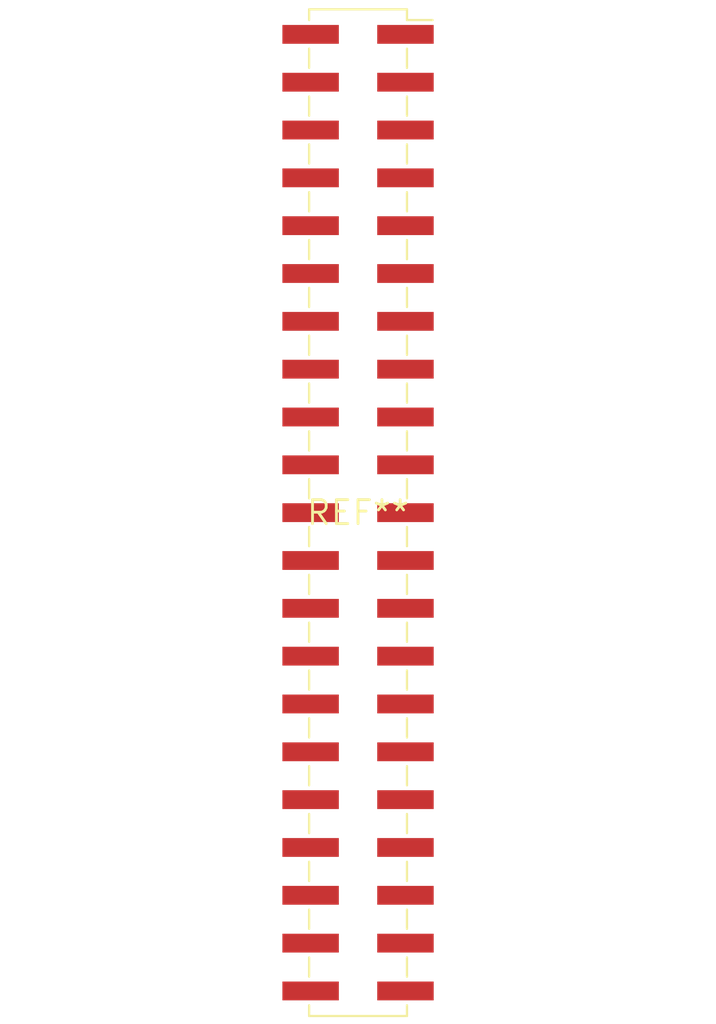
<source format=kicad_pcb>
(kicad_pcb (version 20240108) (generator pcbnew)
  (layers (0 "F.Cu" signal) (31 "B.Cu" signal) (34 "B.Paste" user) (35 "F.Paste" user) (36 "B.SilkS" user "B.Silkscreen") (37 "F.SilkS" user "F.Silkscreen") (38 "B.Mask" user) (39 "F.Mask" user) (44 "Edge.Cuts" user))
  (net 0 "")
  (footprint "PinSocket_2x21_P2.54mm_Vertical_SMD" (layer "F.Cu") (at 0 0)
    (property "Reference" "REF**")
    (property "Value" "PinSocket_2x21_P2.54mm_Vertical_SMD")
    (fp_line (start -2.6 -26.73) (end -2.6 -26.16) (layer "F.SilkS") (stroke (width 0.12)))
    (fp_line (start -2.6 -26.73) (end 2.6 -26.73) (layer "F.SilkS") (stroke (width 0.12)))
    (fp_line (start -2.6 -24.64) (end -2.6 -23.62) (layer "F.SilkS") (stroke (width 0.12)))
    (fp_line (start -2.6 -22.1) (end -2.6 -21.08) (layer "F.SilkS") (stroke (width 0.12)))
    (fp_line (start -2.6 -19.56) (end -2.6 -18.54) (layer "F.SilkS") (stroke (width 0.12)))
    (fp_line (start -2.6 -17.02) (end -2.6 -16) (layer "F.SilkS") (stroke (width 0.12)))
    (fp_line (start -2.6 -14.48) (end -2.6 -13.46) (layer "F.SilkS") (stroke (width 0.12)))
    (fp_line (start -2.6 -11.94) (end -2.6 -10.92) (layer "F.SilkS") (stroke (width 0.12)))
    (fp_line (start -2.6 -9.4) (end -2.6 -8.38) (layer "F.SilkS") (stroke (width 0.12)))
    (fp_line (start -2.6 -6.86) (end -2.6 -5.84) (layer "F.SilkS") (stroke (width 0.12)))
    (fp_line (start -2.6 -4.32) (end -2.6 -3.3) (layer "F.SilkS") (stroke (width 0.12)))
    (fp_line (start -2.6 -1.78) (end -2.6 -0.76) (layer "F.SilkS") (stroke (width 0.12)))
    (fp_line (start -2.6 0.76) (end -2.6 1.78) (layer "F.SilkS") (stroke (width 0.12)))
    (fp_line (start -2.6 3.3) (end -2.6 4.32) (layer "F.SilkS") (stroke (width 0.12)))
    (fp_line (start -2.6 5.84) (end -2.6 6.86) (layer "F.SilkS") (stroke (width 0.12)))
    (fp_line (start -2.6 8.38) (end -2.6 9.4) (layer "F.SilkS") (stroke (width 0.12)))
    (fp_line (start -2.6 10.92) (end -2.6 11.94) (layer "F.SilkS") (stroke (width 0.12)))
    (fp_line (start -2.6 13.46) (end -2.6 14.48) (layer "F.SilkS") (stroke (width 0.12)))
    (fp_line (start -2.6 16) (end -2.6 17.02) (layer "F.SilkS") (stroke (width 0.12)))
    (fp_line (start -2.6 18.54) (end -2.6 19.56) (layer "F.SilkS") (stroke (width 0.12)))
    (fp_line (start -2.6 21.08) (end -2.6 22.1) (layer "F.SilkS") (stroke (width 0.12)))
    (fp_line (start -2.6 23.62) (end -2.6 24.64) (layer "F.SilkS") (stroke (width 0.12)))
    (fp_line (start -2.6 26.16) (end -2.6 26.73) (layer "F.SilkS") (stroke (width 0.12)))
    (fp_line (start -2.6 26.73) (end 2.6 26.73) (layer "F.SilkS") (stroke (width 0.12)))
    (fp_line (start 2.6 -26.73) (end 2.6 -26.16) (layer "F.SilkS") (stroke (width 0.12)))
    (fp_line (start 2.6 -26.16) (end 3.96 -26.16) (layer "F.SilkS") (stroke (width 0.12)))
    (fp_line (start 2.6 -24.64) (end 2.6 -23.62) (layer "F.SilkS") (stroke (width 0.12)))
    (fp_line (start 2.6 -22.1) (end 2.6 -21.08) (layer "F.SilkS") (stroke (width 0.12)))
    (fp_line (start 2.6 -19.56) (end 2.6 -18.54) (layer "F.SilkS") (stroke (width 0.12)))
    (fp_line (start 2.6 -17.02) (end 2.6 -16) (layer "F.SilkS") (stroke (width 0.12)))
    (fp_line (start 2.6 -14.48) (end 2.6 -13.46) (layer "F.SilkS") (stroke (width 0.12)))
    (fp_line (start 2.6 -11.94) (end 2.6 -10.92) (layer "F.SilkS") (stroke (width 0.12)))
    (fp_line (start 2.6 -9.4) (end 2.6 -8.38) (layer "F.SilkS") (stroke (width 0.12)))
    (fp_line (start 2.6 -6.86) (end 2.6 -5.84) (layer "F.SilkS") (stroke (width 0.12)))
    (fp_line (start 2.6 -4.32) (end 2.6 -3.3) (layer "F.SilkS") (stroke (width 0.12)))
    (fp_line (start 2.6 -1.78) (end 2.6 -0.76) (layer "F.SilkS") (stroke (width 0.12)))
    (fp_line (start 2.6 0.76) (end 2.6 1.78) (layer "F.SilkS") (stroke (width 0.12)))
    (fp_line (start 2.6 3.3) (end 2.6 4.32) (layer "F.SilkS") (stroke (width 0.12)))
    (fp_line (start 2.6 5.84) (end 2.6 6.86) (layer "F.SilkS") (stroke (width 0.12)))
    (fp_line (start 2.6 8.38) (end 2.6 9.4) (layer "F.SilkS") (stroke (width 0.12)))
    (fp_line (start 2.6 10.92) (end 2.6 11.94) (layer "F.SilkS") (stroke (width 0.12)))
    (fp_line (start 2.6 13.46) (end 2.6 14.48) (layer "F.SilkS") (stroke (width 0.12)))
    (fp_line (start 2.6 16) (end 2.6 17.02) (layer "F.SilkS") (stroke (width 0.12)))
    (fp_line (start 2.6 18.54) (end 2.6 19.56) (layer "F.SilkS") (stroke (width 0.12)))
    (fp_line (start 2.6 21.08) (end 2.6 22.1) (layer "F.SilkS") (stroke (width 0.12)))
    (fp_line (start 2.6 23.62) (end 2.6 24.64) (layer "F.SilkS") (stroke (width 0.12)))
    (fp_line (start 2.6 26.16) (end 2.6 26.73) (layer "F.SilkS") (stroke (width 0.12)))
    (pad "1" smd rect (at 2.52 -25.4) (size 3 1) (layers "F.Cu" "F.Paste" "F.Mask"))
    (pad "2" smd rect (at -2.52 -25.4) (size 3 1) (layers "F.Cu" "F.Paste" "F.Mask"))
    (pad "3" smd rect (at 2.52 -22.86) (size 3 1) (layers "F.Cu" "F.Paste" "F.Mask"))
    (pad "4" smd rect (at -2.52 -22.86) (size 3 1) (layers "F.Cu" "F.Paste" "F.Mask"))
    (pad "5" smd rect (at 2.52 -20.32) (size 3 1) (layers "F.Cu" "F.Paste" "F.Mask"))
    (pad "6" smd rect (at -2.52 -20.32) (size 3 1) (layers "F.Cu" "F.Paste" "F.Mask"))
    (pad "7" smd rect (at 2.52 -17.78) (size 3 1) (layers "F.Cu" "F.Paste" "F.Mask"))
    (pad "8" smd rect (at -2.52 -17.78) (size 3 1) (layers "F.Cu" "F.Paste" "F.Mask"))
    (pad "9" smd rect (at 2.52 -15.24) (size 3 1) (layers "F.Cu" "F.Paste" "F.Mask"))
    (pad "10" smd rect (at -2.52 -15.24) (size 3 1) (layers "F.Cu" "F.Paste" "F.Mask"))
    (pad "11" smd rect (at 2.52 -12.7) (size 3 1) (layers "F.Cu" "F.Paste" "F.Mask"))
    (pad "12" smd rect (at -2.52 -12.7) (size 3 1) (layers "F.Cu" "F.Paste" "F.Mask"))
    (pad "13" smd rect (at 2.52 -10.16) (size 3 1) (layers "F.Cu" "F.Paste" "F.Mask"))
    (pad "14" smd rect (at -2.52 -10.16) (size 3 1) (layers "F.Cu" "F.Paste" "F.Mask"))
    (pad "15" smd rect (at 2.52 -7.62) (size 3 1) (layers "F.Cu" "F.Paste" "F.Mask"))
    (pad "16" smd rect (at -2.52 -7.62) (size 3 1) (layers "F.Cu" "F.Paste" "F.Mask"))
    (pad "17" smd rect (at 2.52 -5.08) (size 3 1) (layers "F.Cu" "F.Paste" "F.Mask"))
    (pad "18" smd rect (at -2.52 -5.08) (size 3 1) (layers "F.Cu" "F.Paste" "F.Mask"))
    (pad "19" smd rect (at 2.52 -2.54) (size 3 1) (layers "F.Cu" "F.Paste" "F.Mask"))
    (pad "20" smd rect (at -2.52 -2.54) (size 3 1) (layers "F.Cu" "F.Paste" "F.Mask"))
    (pad "21" smd rect (at 2.52 0) (size 3 1) (layers "F.Cu" "F.Paste" "F.Mask"))
    (pad "22" smd rect (at -2.52 0) (size 3 1) (layers "F.Cu" "F.Paste" "F.Mask"))
    (pad "23" smd rect (at 2.52 2.54) (size 3 1) (layers "F.Cu" "F.Paste" "F.Mask"))
    (pad "24" smd rect (at -2.52 2.54) (size 3 1) (layers "F.Cu" "F.Paste" "F.Mask"))
    (pad "25" smd rect (at 2.52 5.08) (size 3 1) (layers "F.Cu" "F.Paste" "F.Mask"))
    (pad "26" smd rect (at -2.52 5.08) (size 3 1) (layers "F.Cu" "F.Paste" "F.Mask"))
    (pad "27" smd rect (at 2.52 7.62) (size 3 1) (layers "F.Cu" "F.Paste" "F.Mask"))
    (pad "28" smd rect (at -2.52 7.62) (size 3 1) (layers "F.Cu" "F.Paste" "F.Mask"))
    (pad "29" smd rect (at 2.52 10.16) (size 3 1) (layers "F.Cu" "F.Paste" "F.Mask"))
    (pad "30" smd rect (at -2.52 10.16) (size 3 1) (layers "F.Cu" "F.Paste" "F.Mask"))
    (pad "31" smd rect (at 2.52 12.7) (size 3 1) (layers "F.Cu" "F.Paste" "F.Mask"))
    (pad "32" smd rect (at -2.52 12.7) (size 3 1) (layers "F.Cu" "F.Paste" "F.Mask"))
    (pad "33" smd rect (at 2.52 15.24) (size 3 1) (layers "F.Cu" "F.Paste" "F.Mask"))
    (pad "34" smd rect (at -2.52 15.24) (size 3 1) (layers "F.Cu" "F.Paste" "F.Mask"))
    (pad "35" smd rect (at 2.52 17.78) (size 3 1) (layers "F.Cu" "F.Paste" "F.Mask"))
    (pad "36" smd rect (at -2.52 17.78) (size 3 1) (layers "F.Cu" "F.Paste" "F.Mask"))
    (pad "37" smd rect (at 2.52 20.32) (size 3 1) (layers "F.Cu" "F.Paste" "F.Mask"))
    (pad "38" smd rect (at -2.52 20.32) (size 3 1) (layers "F.Cu" "F.Paste" "F.Mask"))
    (pad "39" smd rect (at 2.52 22.86) (size 3 1) (layers "F.Cu" "F.Paste" "F.Mask"))
    (pad "40" smd rect (at -2.52 22.86) (size 3 1) (layers "F.Cu" "F.Paste" "F.Mask"))
    (pad "41" smd rect (at 2.52 25.4) (size 3 1) (layers "F.Cu" "F.Paste" "F.Mask"))
    (pad "42" smd rect (at -2.52 25.4) (size 3 1) (layers "F.Cu" "F.Paste" "F.Mask"))
  )
)
</source>
